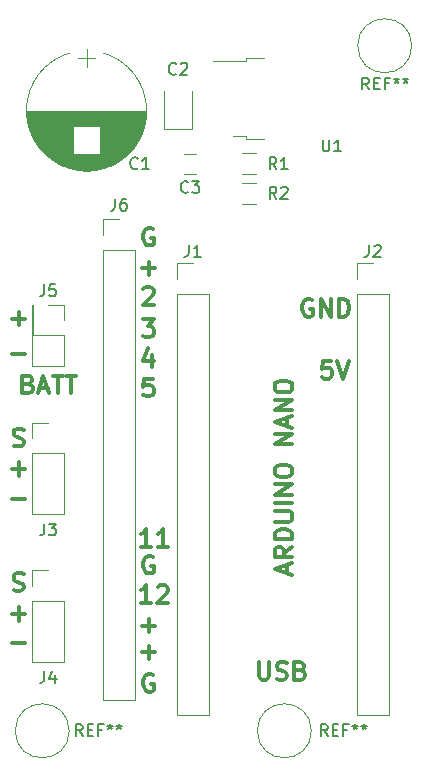
<source format=gto>
G04 #@! TF.FileFunction,Legend,Top*
%FSLAX46Y46*%
G04 Gerber Fmt 4.6, Leading zero omitted, Abs format (unit mm)*
G04 Created by KiCad (PCBNEW 4.0.7) date 03/27/18 13:34:48*
%MOMM*%
%LPD*%
G01*
G04 APERTURE LIST*
%ADD10C,0.100000*%
%ADD11C,0.300000*%
%ADD12C,0.120000*%
%ADD13C,0.150000*%
G04 APERTURE END LIST*
D10*
D11*
X113928572Y-102857143D02*
X115071429Y-102857143D01*
X114500000Y-103428571D02*
X114500000Y-102285714D01*
X113928572Y-100607143D02*
X115071429Y-100607143D01*
X114500000Y-101178571D02*
X114500000Y-100035714D01*
X113928572Y-70357143D02*
X115071429Y-70357143D01*
X114500000Y-70928571D02*
X114500000Y-69785714D01*
X114892857Y-66975000D02*
X114750000Y-66903571D01*
X114535714Y-66903571D01*
X114321429Y-66975000D01*
X114178571Y-67117857D01*
X114107143Y-67260714D01*
X114035714Y-67546429D01*
X114035714Y-67760714D01*
X114107143Y-68046429D01*
X114178571Y-68189286D01*
X114321429Y-68332143D01*
X114535714Y-68403571D01*
X114678571Y-68403571D01*
X114892857Y-68332143D01*
X114964286Y-68260714D01*
X114964286Y-67760714D01*
X114678571Y-67760714D01*
X114892857Y-104750000D02*
X114750000Y-104678571D01*
X114535714Y-104678571D01*
X114321429Y-104750000D01*
X114178571Y-104892857D01*
X114107143Y-105035714D01*
X114035714Y-105321429D01*
X114035714Y-105535714D01*
X114107143Y-105821429D01*
X114178571Y-105964286D01*
X114321429Y-106107143D01*
X114535714Y-106178571D01*
X114678571Y-106178571D01*
X114892857Y-106107143D01*
X114964286Y-106035714D01*
X114964286Y-105535714D01*
X114678571Y-105535714D01*
X114892857Y-94750000D02*
X114750000Y-94678571D01*
X114535714Y-94678571D01*
X114321429Y-94750000D01*
X114178571Y-94892857D01*
X114107143Y-95035714D01*
X114035714Y-95321429D01*
X114035714Y-95535714D01*
X114107143Y-95821429D01*
X114178571Y-95964286D01*
X114321429Y-96107143D01*
X114535714Y-96178571D01*
X114678571Y-96178571D01*
X114892857Y-96107143D01*
X114964286Y-96035714D01*
X114964286Y-95535714D01*
X114678571Y-95535714D01*
X114714286Y-98678571D02*
X113857143Y-98678571D01*
X114285715Y-98678571D02*
X114285715Y-97178571D01*
X114142858Y-97392857D01*
X114000000Y-97535714D01*
X113857143Y-97607143D01*
X115285714Y-97321429D02*
X115357143Y-97250000D01*
X115500000Y-97178571D01*
X115857143Y-97178571D01*
X116000000Y-97250000D01*
X116071429Y-97321429D01*
X116142857Y-97464286D01*
X116142857Y-97607143D01*
X116071429Y-97821429D01*
X115214286Y-98678571D01*
X116142857Y-98678571D01*
X114714286Y-93928571D02*
X113857143Y-93928571D01*
X114285715Y-93928571D02*
X114285715Y-92428571D01*
X114142858Y-92642857D01*
X114000000Y-92785714D01*
X113857143Y-92857143D01*
X116142857Y-93928571D02*
X115285714Y-93928571D01*
X115714286Y-93928571D02*
X115714286Y-92428571D01*
X115571429Y-92642857D01*
X115428571Y-92785714D01*
X115285714Y-92857143D01*
X114857144Y-79678571D02*
X114142858Y-79678571D01*
X114071429Y-80392857D01*
X114142858Y-80321429D01*
X114285715Y-80250000D01*
X114642858Y-80250000D01*
X114785715Y-80321429D01*
X114857144Y-80392857D01*
X114928572Y-80535714D01*
X114928572Y-80892857D01*
X114857144Y-81035714D01*
X114785715Y-81107143D01*
X114642858Y-81178571D01*
X114285715Y-81178571D01*
X114142858Y-81107143D01*
X114071429Y-81035714D01*
X114785715Y-77678571D02*
X114785715Y-78678571D01*
X114428572Y-77107143D02*
X114071429Y-78178571D01*
X115000001Y-78178571D01*
X114000001Y-74678571D02*
X114928572Y-74678571D01*
X114428572Y-75250000D01*
X114642858Y-75250000D01*
X114785715Y-75321429D01*
X114857144Y-75392857D01*
X114928572Y-75535714D01*
X114928572Y-75892857D01*
X114857144Y-76035714D01*
X114785715Y-76107143D01*
X114642858Y-76178571D01*
X114214286Y-76178571D01*
X114071429Y-76107143D01*
X114000001Y-76035714D01*
X114071429Y-72071429D02*
X114142858Y-72000000D01*
X114285715Y-71928571D01*
X114642858Y-71928571D01*
X114785715Y-72000000D01*
X114857144Y-72071429D01*
X114928572Y-72214286D01*
X114928572Y-72357143D01*
X114857144Y-72571429D01*
X114000001Y-73428571D01*
X114928572Y-73428571D01*
X129964287Y-78178571D02*
X129250001Y-78178571D01*
X129178572Y-78892857D01*
X129250001Y-78821429D01*
X129392858Y-78750000D01*
X129750001Y-78750000D01*
X129892858Y-78821429D01*
X129964287Y-78892857D01*
X130035715Y-79035714D01*
X130035715Y-79392857D01*
X129964287Y-79535714D01*
X129892858Y-79607143D01*
X129750001Y-79678571D01*
X129392858Y-79678571D01*
X129250001Y-79607143D01*
X129178572Y-79535714D01*
X130464286Y-78178571D02*
X130964286Y-79678571D01*
X131464286Y-78178571D01*
X128357143Y-73000000D02*
X128214286Y-72928571D01*
X128000000Y-72928571D01*
X127785715Y-73000000D01*
X127642857Y-73142857D01*
X127571429Y-73285714D01*
X127500000Y-73571429D01*
X127500000Y-73785714D01*
X127571429Y-74071429D01*
X127642857Y-74214286D01*
X127785715Y-74357143D01*
X128000000Y-74428571D01*
X128142857Y-74428571D01*
X128357143Y-74357143D01*
X128428572Y-74285714D01*
X128428572Y-73785714D01*
X128142857Y-73785714D01*
X129071429Y-74428571D02*
X129071429Y-72928571D01*
X129928572Y-74428571D01*
X129928572Y-72928571D01*
X130642858Y-74428571D02*
X130642858Y-72928571D01*
X131000001Y-72928571D01*
X131214286Y-73000000D01*
X131357144Y-73142857D01*
X131428572Y-73285714D01*
X131500001Y-73571429D01*
X131500001Y-73785714D01*
X131428572Y-74071429D01*
X131357144Y-74214286D01*
X131214286Y-74357143D01*
X131000001Y-74428571D01*
X130642858Y-74428571D01*
X123857143Y-103678571D02*
X123857143Y-104892857D01*
X123928571Y-105035714D01*
X124000000Y-105107143D01*
X124142857Y-105178571D01*
X124428571Y-105178571D01*
X124571429Y-105107143D01*
X124642857Y-105035714D01*
X124714286Y-104892857D01*
X124714286Y-103678571D01*
X125357143Y-105107143D02*
X125571429Y-105178571D01*
X125928572Y-105178571D01*
X126071429Y-105107143D01*
X126142858Y-105035714D01*
X126214286Y-104892857D01*
X126214286Y-104750000D01*
X126142858Y-104607143D01*
X126071429Y-104535714D01*
X125928572Y-104464286D01*
X125642858Y-104392857D01*
X125500000Y-104321429D01*
X125428572Y-104250000D01*
X125357143Y-104107143D01*
X125357143Y-103964286D01*
X125428572Y-103821429D01*
X125500000Y-103750000D01*
X125642858Y-103678571D01*
X126000000Y-103678571D01*
X126214286Y-103750000D01*
X127357143Y-104392857D02*
X127571429Y-104464286D01*
X127642857Y-104535714D01*
X127714286Y-104678571D01*
X127714286Y-104892857D01*
X127642857Y-105035714D01*
X127571429Y-105107143D01*
X127428571Y-105178571D01*
X126857143Y-105178571D01*
X126857143Y-103678571D01*
X127357143Y-103678571D01*
X127500000Y-103750000D01*
X127571429Y-103821429D01*
X127642857Y-103964286D01*
X127642857Y-104107143D01*
X127571429Y-104250000D01*
X127500000Y-104321429D01*
X127357143Y-104392857D01*
X126857143Y-104392857D01*
X104321429Y-80142857D02*
X104535715Y-80214286D01*
X104607143Y-80285714D01*
X104678572Y-80428571D01*
X104678572Y-80642857D01*
X104607143Y-80785714D01*
X104535715Y-80857143D01*
X104392857Y-80928571D01*
X103821429Y-80928571D01*
X103821429Y-79428571D01*
X104321429Y-79428571D01*
X104464286Y-79500000D01*
X104535715Y-79571429D01*
X104607143Y-79714286D01*
X104607143Y-79857143D01*
X104535715Y-80000000D01*
X104464286Y-80071429D01*
X104321429Y-80142857D01*
X103821429Y-80142857D01*
X105250000Y-80500000D02*
X105964286Y-80500000D01*
X105107143Y-80928571D02*
X105607143Y-79428571D01*
X106107143Y-80928571D01*
X106392857Y-79428571D02*
X107250000Y-79428571D01*
X106821429Y-80928571D02*
X106821429Y-79428571D01*
X107535714Y-79428571D02*
X108392857Y-79428571D01*
X107964286Y-80928571D02*
X107964286Y-79428571D01*
X126250000Y-96142858D02*
X126250000Y-95428572D01*
X126678571Y-96285715D02*
X125178571Y-95785715D01*
X126678571Y-95285715D01*
X126678571Y-93928572D02*
X125964286Y-94428572D01*
X126678571Y-94785715D02*
X125178571Y-94785715D01*
X125178571Y-94214287D01*
X125250000Y-94071429D01*
X125321429Y-94000001D01*
X125464286Y-93928572D01*
X125678571Y-93928572D01*
X125821429Y-94000001D01*
X125892857Y-94071429D01*
X125964286Y-94214287D01*
X125964286Y-94785715D01*
X126678571Y-93285715D02*
X125178571Y-93285715D01*
X125178571Y-92928572D01*
X125250000Y-92714287D01*
X125392857Y-92571429D01*
X125535714Y-92500001D01*
X125821429Y-92428572D01*
X126035714Y-92428572D01*
X126321429Y-92500001D01*
X126464286Y-92571429D01*
X126607143Y-92714287D01*
X126678571Y-92928572D01*
X126678571Y-93285715D01*
X125178571Y-91785715D02*
X126392857Y-91785715D01*
X126535714Y-91714287D01*
X126607143Y-91642858D01*
X126678571Y-91500001D01*
X126678571Y-91214287D01*
X126607143Y-91071429D01*
X126535714Y-91000001D01*
X126392857Y-90928572D01*
X125178571Y-90928572D01*
X126678571Y-90214286D02*
X125178571Y-90214286D01*
X126678571Y-89500000D02*
X125178571Y-89500000D01*
X126678571Y-88642857D01*
X125178571Y-88642857D01*
X125178571Y-87642857D02*
X125178571Y-87357143D01*
X125250000Y-87214285D01*
X125392857Y-87071428D01*
X125678571Y-87000000D01*
X126178571Y-87000000D01*
X126464286Y-87071428D01*
X126607143Y-87214285D01*
X126678571Y-87357143D01*
X126678571Y-87642857D01*
X126607143Y-87785714D01*
X126464286Y-87928571D01*
X126178571Y-88000000D01*
X125678571Y-88000000D01*
X125392857Y-87928571D01*
X125250000Y-87785714D01*
X125178571Y-87642857D01*
X126678571Y-85214285D02*
X125178571Y-85214285D01*
X126678571Y-84357142D01*
X125178571Y-84357142D01*
X126250000Y-83714285D02*
X126250000Y-82999999D01*
X126678571Y-83857142D02*
X125178571Y-83357142D01*
X126678571Y-82857142D01*
X126678571Y-82357142D02*
X125178571Y-82357142D01*
X126678571Y-81499999D01*
X125178571Y-81499999D01*
X125178571Y-80499999D02*
X125178571Y-80214285D01*
X125250000Y-80071427D01*
X125392857Y-79928570D01*
X125678571Y-79857142D01*
X126178571Y-79857142D01*
X126464286Y-79928570D01*
X126607143Y-80071427D01*
X126678571Y-80214285D01*
X126678571Y-80499999D01*
X126607143Y-80642856D01*
X126464286Y-80785713D01*
X126178571Y-80857142D01*
X125678571Y-80857142D01*
X125392857Y-80785713D01*
X125250000Y-80642856D01*
X125178571Y-80499999D01*
X102928572Y-77607143D02*
X104071429Y-77607143D01*
X102928572Y-74607143D02*
X104071429Y-74607143D01*
X103500000Y-75178571D02*
X103500000Y-74035714D01*
X102928572Y-102107143D02*
X104071429Y-102107143D01*
X103071429Y-97607143D02*
X103285715Y-97678571D01*
X103642858Y-97678571D01*
X103785715Y-97607143D01*
X103857144Y-97535714D01*
X103928572Y-97392857D01*
X103928572Y-97250000D01*
X103857144Y-97107143D01*
X103785715Y-97035714D01*
X103642858Y-96964286D01*
X103357144Y-96892857D01*
X103214286Y-96821429D01*
X103142858Y-96750000D01*
X103071429Y-96607143D01*
X103071429Y-96464286D01*
X103142858Y-96321429D01*
X103214286Y-96250000D01*
X103357144Y-96178571D01*
X103714286Y-96178571D01*
X103928572Y-96250000D01*
X102928572Y-99607143D02*
X104071429Y-99607143D01*
X103500000Y-100178571D02*
X103500000Y-99035714D01*
X102928572Y-87357143D02*
X104071429Y-87357143D01*
X103500000Y-87928571D02*
X103500000Y-86785714D01*
X103071429Y-85357143D02*
X103285715Y-85428571D01*
X103642858Y-85428571D01*
X103785715Y-85357143D01*
X103857144Y-85285714D01*
X103928572Y-85142857D01*
X103928572Y-85000000D01*
X103857144Y-84857143D01*
X103785715Y-84785714D01*
X103642858Y-84714286D01*
X103357144Y-84642857D01*
X103214286Y-84571429D01*
X103142858Y-84500000D01*
X103071429Y-84357143D01*
X103071429Y-84214286D01*
X103142858Y-84071429D01*
X103214286Y-84000000D01*
X103357144Y-83928571D01*
X103714286Y-83928571D01*
X103928572Y-84000000D01*
X102928572Y-89857143D02*
X104071429Y-89857143D01*
D12*
X136786000Y-51500000D02*
G75*
G03X136786000Y-51500000I-2286000J0D01*
G01*
X117500000Y-62350000D02*
X118500000Y-62350000D01*
X118500000Y-60650000D02*
X117500000Y-60650000D01*
X124290000Y-52525000D02*
X122790000Y-52525000D01*
X122790000Y-52525000D02*
X122790000Y-52795000D01*
X122790000Y-52795000D02*
X119960000Y-52795000D01*
X124290000Y-59425000D02*
X122790000Y-59425000D01*
X122790000Y-59425000D02*
X122790000Y-59155000D01*
X122790000Y-59155000D02*
X121690000Y-59155000D01*
X104670000Y-73420000D02*
X104670000Y-78620000D01*
X104730000Y-73420000D02*
X104670000Y-73420000D01*
X107330000Y-78620000D02*
X104670000Y-78620000D01*
X104730000Y-73420000D02*
X104730000Y-76020000D01*
X104730000Y-76020000D02*
X107330000Y-76020000D01*
X107330000Y-76020000D02*
X107330000Y-78620000D01*
X106000000Y-73420000D02*
X107330000Y-73420000D01*
X107330000Y-73420000D02*
X107330000Y-74750000D01*
X116920000Y-72520000D02*
X116920000Y-108140000D01*
X116920000Y-108140000D02*
X119580000Y-108140000D01*
X119580000Y-108140000D02*
X119580000Y-72520000D01*
X119580000Y-72520000D02*
X116920000Y-72520000D01*
X116920000Y-71250000D02*
X116920000Y-69920000D01*
X116920000Y-69920000D02*
X118250000Y-69920000D01*
X132170000Y-72520000D02*
X132170000Y-108140000D01*
X132170000Y-108140000D02*
X134830000Y-108140000D01*
X134830000Y-108140000D02*
X134830000Y-72520000D01*
X134830000Y-72520000D02*
X132170000Y-72520000D01*
X132170000Y-71250000D02*
X132170000Y-69920000D01*
X132170000Y-69920000D02*
X133500000Y-69920000D01*
X110633264Y-61898437D02*
G75*
G03X110630000Y-52100643I-1383264J4898437D01*
G01*
X107866736Y-61898437D02*
G75*
G02X107870000Y-52100643I1383264J4898437D01*
G01*
X107866736Y-61898437D02*
G75*
G03X110630000Y-61899357I1383264J4898437D01*
G01*
X114300000Y-57000000D02*
X104200000Y-57000000D01*
X114300000Y-57040000D02*
X104200000Y-57040000D01*
X114300000Y-57080000D02*
X104200000Y-57080000D01*
X114299000Y-57120000D02*
X104201000Y-57120000D01*
X114298000Y-57160000D02*
X104202000Y-57160000D01*
X114297000Y-57200000D02*
X104203000Y-57200000D01*
X114295000Y-57240000D02*
X104205000Y-57240000D01*
X114293000Y-57280000D02*
X104207000Y-57280000D01*
X114290000Y-57320000D02*
X104210000Y-57320000D01*
X114288000Y-57360000D02*
X104212000Y-57360000D01*
X114285000Y-57400000D02*
X104215000Y-57400000D01*
X114281000Y-57440000D02*
X104219000Y-57440000D01*
X114278000Y-57480000D02*
X104222000Y-57480000D01*
X114274000Y-57520000D02*
X104226000Y-57520000D01*
X114270000Y-57560000D02*
X104230000Y-57560000D01*
X114265000Y-57600000D02*
X104235000Y-57600000D01*
X114260000Y-57640000D02*
X104240000Y-57640000D01*
X114255000Y-57680000D02*
X104245000Y-57680000D01*
X114249000Y-57721000D02*
X104251000Y-57721000D01*
X114243000Y-57761000D02*
X104257000Y-57761000D01*
X114237000Y-57801000D02*
X104263000Y-57801000D01*
X114231000Y-57841000D02*
X104269000Y-57841000D01*
X114224000Y-57881000D02*
X104276000Y-57881000D01*
X114217000Y-57921000D02*
X104283000Y-57921000D01*
X114209000Y-57961000D02*
X104291000Y-57961000D01*
X114201000Y-58001000D02*
X104299000Y-58001000D01*
X114193000Y-58041000D02*
X104307000Y-58041000D01*
X114185000Y-58081000D02*
X104315000Y-58081000D01*
X114176000Y-58121000D02*
X104324000Y-58121000D01*
X114167000Y-58161000D02*
X104333000Y-58161000D01*
X114157000Y-58201000D02*
X104343000Y-58201000D01*
X114147000Y-58241000D02*
X104353000Y-58241000D01*
X114137000Y-58281000D02*
X104363000Y-58281000D01*
X114126000Y-58321000D02*
X110431000Y-58321000D01*
X108069000Y-58321000D02*
X104374000Y-58321000D01*
X114115000Y-58361000D02*
X110431000Y-58361000D01*
X108069000Y-58361000D02*
X104385000Y-58361000D01*
X114104000Y-58401000D02*
X110431000Y-58401000D01*
X108069000Y-58401000D02*
X104396000Y-58401000D01*
X114093000Y-58441000D02*
X110431000Y-58441000D01*
X108069000Y-58441000D02*
X104407000Y-58441000D01*
X114081000Y-58481000D02*
X110431000Y-58481000D01*
X108069000Y-58481000D02*
X104419000Y-58481000D01*
X114068000Y-58521000D02*
X110431000Y-58521000D01*
X108069000Y-58521000D02*
X104432000Y-58521000D01*
X114056000Y-58561000D02*
X110431000Y-58561000D01*
X108069000Y-58561000D02*
X104444000Y-58561000D01*
X114042000Y-58601000D02*
X110431000Y-58601000D01*
X108069000Y-58601000D02*
X104458000Y-58601000D01*
X114029000Y-58641000D02*
X110431000Y-58641000D01*
X108069000Y-58641000D02*
X104471000Y-58641000D01*
X114015000Y-58681000D02*
X110431000Y-58681000D01*
X108069000Y-58681000D02*
X104485000Y-58681000D01*
X114001000Y-58721000D02*
X110431000Y-58721000D01*
X108069000Y-58721000D02*
X104499000Y-58721000D01*
X113987000Y-58761000D02*
X110431000Y-58761000D01*
X108069000Y-58761000D02*
X104513000Y-58761000D01*
X113972000Y-58801000D02*
X110431000Y-58801000D01*
X108069000Y-58801000D02*
X104528000Y-58801000D01*
X113956000Y-58841000D02*
X110431000Y-58841000D01*
X108069000Y-58841000D02*
X104544000Y-58841000D01*
X113941000Y-58881000D02*
X110431000Y-58881000D01*
X108069000Y-58881000D02*
X104559000Y-58881000D01*
X113924000Y-58921000D02*
X110431000Y-58921000D01*
X108069000Y-58921000D02*
X104576000Y-58921000D01*
X113908000Y-58961000D02*
X110431000Y-58961000D01*
X108069000Y-58961000D02*
X104592000Y-58961000D01*
X113891000Y-59001000D02*
X110431000Y-59001000D01*
X108069000Y-59001000D02*
X104609000Y-59001000D01*
X113874000Y-59041000D02*
X110431000Y-59041000D01*
X108069000Y-59041000D02*
X104626000Y-59041000D01*
X113856000Y-59081000D02*
X110431000Y-59081000D01*
X108069000Y-59081000D02*
X104644000Y-59081000D01*
X113838000Y-59121000D02*
X110431000Y-59121000D01*
X108069000Y-59121000D02*
X104662000Y-59121000D01*
X113819000Y-59161000D02*
X110431000Y-59161000D01*
X108069000Y-59161000D02*
X104681000Y-59161000D01*
X113800000Y-59201000D02*
X110431000Y-59201000D01*
X108069000Y-59201000D02*
X104700000Y-59201000D01*
X113781000Y-59241000D02*
X110431000Y-59241000D01*
X108069000Y-59241000D02*
X104719000Y-59241000D01*
X113761000Y-59281000D02*
X110431000Y-59281000D01*
X108069000Y-59281000D02*
X104739000Y-59281000D01*
X113741000Y-59321000D02*
X110431000Y-59321000D01*
X108069000Y-59321000D02*
X104759000Y-59321000D01*
X113720000Y-59361000D02*
X110431000Y-59361000D01*
X108069000Y-59361000D02*
X104780000Y-59361000D01*
X113699000Y-59401000D02*
X110431000Y-59401000D01*
X108069000Y-59401000D02*
X104801000Y-59401000D01*
X113678000Y-59441000D02*
X110431000Y-59441000D01*
X108069000Y-59441000D02*
X104822000Y-59441000D01*
X113655000Y-59481000D02*
X110431000Y-59481000D01*
X108069000Y-59481000D02*
X104845000Y-59481000D01*
X113633000Y-59521000D02*
X110431000Y-59521000D01*
X108069000Y-59521000D02*
X104867000Y-59521000D01*
X113610000Y-59561000D02*
X110431000Y-59561000D01*
X108069000Y-59561000D02*
X104890000Y-59561000D01*
X113586000Y-59601000D02*
X110431000Y-59601000D01*
X108069000Y-59601000D02*
X104914000Y-59601000D01*
X113562000Y-59641000D02*
X110431000Y-59641000D01*
X108069000Y-59641000D02*
X104938000Y-59641000D01*
X113538000Y-59681000D02*
X110431000Y-59681000D01*
X108069000Y-59681000D02*
X104962000Y-59681000D01*
X113513000Y-59721000D02*
X110431000Y-59721000D01*
X108069000Y-59721000D02*
X104987000Y-59721000D01*
X113487000Y-59761000D02*
X110431000Y-59761000D01*
X108069000Y-59761000D02*
X105013000Y-59761000D01*
X113461000Y-59801000D02*
X110431000Y-59801000D01*
X108069000Y-59801000D02*
X105039000Y-59801000D01*
X113435000Y-59841000D02*
X110431000Y-59841000D01*
X108069000Y-59841000D02*
X105065000Y-59841000D01*
X113407000Y-59881000D02*
X110431000Y-59881000D01*
X108069000Y-59881000D02*
X105093000Y-59881000D01*
X113380000Y-59921000D02*
X110431000Y-59921000D01*
X108069000Y-59921000D02*
X105120000Y-59921000D01*
X113351000Y-59961000D02*
X110431000Y-59961000D01*
X108069000Y-59961000D02*
X105149000Y-59961000D01*
X113322000Y-60001000D02*
X110431000Y-60001000D01*
X108069000Y-60001000D02*
X105178000Y-60001000D01*
X113293000Y-60041000D02*
X110431000Y-60041000D01*
X108069000Y-60041000D02*
X105207000Y-60041000D01*
X113263000Y-60081000D02*
X110431000Y-60081000D01*
X108069000Y-60081000D02*
X105237000Y-60081000D01*
X113232000Y-60121000D02*
X110431000Y-60121000D01*
X108069000Y-60121000D02*
X105268000Y-60121000D01*
X113201000Y-60161000D02*
X110431000Y-60161000D01*
X108069000Y-60161000D02*
X105299000Y-60161000D01*
X113169000Y-60201000D02*
X110431000Y-60201000D01*
X108069000Y-60201000D02*
X105331000Y-60201000D01*
X113136000Y-60241000D02*
X110431000Y-60241000D01*
X108069000Y-60241000D02*
X105364000Y-60241000D01*
X113103000Y-60281000D02*
X110431000Y-60281000D01*
X108069000Y-60281000D02*
X105397000Y-60281000D01*
X113069000Y-60321000D02*
X110431000Y-60321000D01*
X108069000Y-60321000D02*
X105431000Y-60321000D01*
X113034000Y-60361000D02*
X110431000Y-60361000D01*
X108069000Y-60361000D02*
X105466000Y-60361000D01*
X112998000Y-60401000D02*
X110431000Y-60401000D01*
X108069000Y-60401000D02*
X105502000Y-60401000D01*
X112962000Y-60441000D02*
X110431000Y-60441000D01*
X108069000Y-60441000D02*
X105538000Y-60441000D01*
X112925000Y-60481000D02*
X110431000Y-60481000D01*
X108069000Y-60481000D02*
X105575000Y-60481000D01*
X112887000Y-60521000D02*
X110431000Y-60521000D01*
X108069000Y-60521000D02*
X105613000Y-60521000D01*
X112848000Y-60561000D02*
X110431000Y-60561000D01*
X108069000Y-60561000D02*
X105652000Y-60561000D01*
X112809000Y-60601000D02*
X110431000Y-60601000D01*
X108069000Y-60601000D02*
X105691000Y-60601000D01*
X112768000Y-60641000D02*
X110431000Y-60641000D01*
X108069000Y-60641000D02*
X105732000Y-60641000D01*
X112727000Y-60681000D02*
X105773000Y-60681000D01*
X112685000Y-60721000D02*
X105815000Y-60721000D01*
X112641000Y-60761000D02*
X105859000Y-60761000D01*
X112597000Y-60801000D02*
X105903000Y-60801000D01*
X112552000Y-60841000D02*
X105948000Y-60841000D01*
X112505000Y-60881000D02*
X105995000Y-60881000D01*
X112457000Y-60921000D02*
X106043000Y-60921000D01*
X112408000Y-60961000D02*
X106092000Y-60961000D01*
X112358000Y-61001000D02*
X106142000Y-61001000D01*
X112307000Y-61041000D02*
X106193000Y-61041000D01*
X112254000Y-61081000D02*
X106246000Y-61081000D01*
X112199000Y-61121000D02*
X106301000Y-61121000D01*
X112144000Y-61161000D02*
X106356000Y-61161000D01*
X112086000Y-61201000D02*
X106414000Y-61201000D01*
X112027000Y-61241000D02*
X106473000Y-61241000D01*
X111965000Y-61281000D02*
X106535000Y-61281000D01*
X111902000Y-61321000D02*
X106598000Y-61321000D01*
X111837000Y-61361000D02*
X106663000Y-61361000D01*
X111769000Y-61401000D02*
X106731000Y-61401000D01*
X111699000Y-61441000D02*
X106801000Y-61441000D01*
X111627000Y-61481000D02*
X106873000Y-61481000D01*
X111551000Y-61521000D02*
X106949000Y-61521000D01*
X111472000Y-61561000D02*
X107028000Y-61561000D01*
X111390000Y-61601000D02*
X107110000Y-61601000D01*
X111303000Y-61641000D02*
X107197000Y-61641000D01*
X111212000Y-61681000D02*
X107288000Y-61681000D01*
X111116000Y-61721000D02*
X107384000Y-61721000D01*
X111013000Y-61761000D02*
X107487000Y-61761000D01*
X110904000Y-61801000D02*
X107596000Y-61801000D01*
X110786000Y-61841000D02*
X107714000Y-61841000D01*
X110657000Y-61881000D02*
X107843000Y-61881000D01*
X110515000Y-61921000D02*
X107985000Y-61921000D01*
X110354000Y-61961000D02*
X108146000Y-61961000D01*
X110163000Y-62001000D02*
X108337000Y-62001000D01*
X109922000Y-62041000D02*
X108578000Y-62041000D01*
X109529000Y-62081000D02*
X108971000Y-62081000D01*
X109250000Y-51800000D02*
X109250000Y-53300000D01*
X110000000Y-52550000D02*
X108500000Y-52550000D01*
X104670000Y-86020000D02*
X104670000Y-91160000D01*
X104670000Y-91160000D02*
X107330000Y-91160000D01*
X107330000Y-91160000D02*
X107330000Y-86020000D01*
X107330000Y-86020000D02*
X104670000Y-86020000D01*
X104670000Y-84750000D02*
X104670000Y-83420000D01*
X104670000Y-83420000D02*
X106000000Y-83420000D01*
X104670000Y-98520000D02*
X104670000Y-103660000D01*
X104670000Y-103660000D02*
X107330000Y-103660000D01*
X107330000Y-103660000D02*
X107330000Y-98520000D01*
X107330000Y-98520000D02*
X104670000Y-98520000D01*
X104670000Y-97250000D02*
X104670000Y-95920000D01*
X104670000Y-95920000D02*
X106000000Y-95920000D01*
X110670000Y-68770000D02*
X110670000Y-106930000D01*
X110670000Y-106930000D02*
X113330000Y-106930000D01*
X113330000Y-106930000D02*
X113330000Y-68770000D01*
X113330000Y-68770000D02*
X110670000Y-68770000D01*
X110670000Y-67500000D02*
X110670000Y-66170000D01*
X110670000Y-66170000D02*
X112000000Y-66170000D01*
X122400000Y-60620000D02*
X123600000Y-60620000D01*
X123600000Y-62380000D02*
X122400000Y-62380000D01*
X122400000Y-63120000D02*
X123600000Y-63120000D01*
X123600000Y-64880000D02*
X122400000Y-64880000D01*
X115850000Y-58550000D02*
X115850000Y-55300000D01*
X118150000Y-58550000D02*
X118150000Y-55300000D01*
X115850000Y-58550000D02*
X118150000Y-58550000D01*
X107786000Y-109500000D02*
G75*
G03X107786000Y-109500000I-2286000J0D01*
G01*
X128286000Y-109500000D02*
G75*
G03X128286000Y-109500000I-2286000J0D01*
G01*
D13*
X133166667Y-55202381D02*
X132833333Y-54726190D01*
X132595238Y-55202381D02*
X132595238Y-54202381D01*
X132976191Y-54202381D01*
X133071429Y-54250000D01*
X133119048Y-54297619D01*
X133166667Y-54392857D01*
X133166667Y-54535714D01*
X133119048Y-54630952D01*
X133071429Y-54678571D01*
X132976191Y-54726190D01*
X132595238Y-54726190D01*
X133595238Y-54678571D02*
X133928572Y-54678571D01*
X134071429Y-55202381D02*
X133595238Y-55202381D01*
X133595238Y-54202381D01*
X134071429Y-54202381D01*
X134833334Y-54678571D02*
X134500000Y-54678571D01*
X134500000Y-55202381D02*
X134500000Y-54202381D01*
X134976191Y-54202381D01*
X135500000Y-54202381D02*
X135500000Y-54440476D01*
X135261905Y-54345238D02*
X135500000Y-54440476D01*
X135738096Y-54345238D01*
X135357143Y-54630952D02*
X135500000Y-54440476D01*
X135642858Y-54630952D01*
X136261905Y-54202381D02*
X136261905Y-54440476D01*
X136023810Y-54345238D02*
X136261905Y-54440476D01*
X136500001Y-54345238D01*
X136119048Y-54630952D02*
X136261905Y-54440476D01*
X136404763Y-54630952D01*
X117833334Y-63857143D02*
X117785715Y-63904762D01*
X117642858Y-63952381D01*
X117547620Y-63952381D01*
X117404762Y-63904762D01*
X117309524Y-63809524D01*
X117261905Y-63714286D01*
X117214286Y-63523810D01*
X117214286Y-63380952D01*
X117261905Y-63190476D01*
X117309524Y-63095238D01*
X117404762Y-63000000D01*
X117547620Y-62952381D01*
X117642858Y-62952381D01*
X117785715Y-63000000D01*
X117833334Y-63047619D01*
X118166667Y-62952381D02*
X118785715Y-62952381D01*
X118452381Y-63333333D01*
X118595239Y-63333333D01*
X118690477Y-63380952D01*
X118738096Y-63428571D01*
X118785715Y-63523810D01*
X118785715Y-63761905D01*
X118738096Y-63857143D01*
X118690477Y-63904762D01*
X118595239Y-63952381D01*
X118309524Y-63952381D01*
X118214286Y-63904762D01*
X118166667Y-63857143D01*
X129238095Y-59452381D02*
X129238095Y-60261905D01*
X129285714Y-60357143D01*
X129333333Y-60404762D01*
X129428571Y-60452381D01*
X129619048Y-60452381D01*
X129714286Y-60404762D01*
X129761905Y-60357143D01*
X129809524Y-60261905D01*
X129809524Y-59452381D01*
X130809524Y-60452381D02*
X130238095Y-60452381D01*
X130523809Y-60452381D02*
X130523809Y-59452381D01*
X130428571Y-59595238D01*
X130333333Y-59690476D01*
X130238095Y-59738095D01*
X105666667Y-71702381D02*
X105666667Y-72416667D01*
X105619047Y-72559524D01*
X105523809Y-72654762D01*
X105380952Y-72702381D01*
X105285714Y-72702381D01*
X106619048Y-71702381D02*
X106142857Y-71702381D01*
X106095238Y-72178571D01*
X106142857Y-72130952D01*
X106238095Y-72083333D01*
X106476191Y-72083333D01*
X106571429Y-72130952D01*
X106619048Y-72178571D01*
X106666667Y-72273810D01*
X106666667Y-72511905D01*
X106619048Y-72607143D01*
X106571429Y-72654762D01*
X106476191Y-72702381D01*
X106238095Y-72702381D01*
X106142857Y-72654762D01*
X106095238Y-72607143D01*
X117916667Y-68372381D02*
X117916667Y-69086667D01*
X117869047Y-69229524D01*
X117773809Y-69324762D01*
X117630952Y-69372381D01*
X117535714Y-69372381D01*
X118916667Y-69372381D02*
X118345238Y-69372381D01*
X118630952Y-69372381D02*
X118630952Y-68372381D01*
X118535714Y-68515238D01*
X118440476Y-68610476D01*
X118345238Y-68658095D01*
X133166667Y-68372381D02*
X133166667Y-69086667D01*
X133119047Y-69229524D01*
X133023809Y-69324762D01*
X132880952Y-69372381D01*
X132785714Y-69372381D01*
X133595238Y-68467619D02*
X133642857Y-68420000D01*
X133738095Y-68372381D01*
X133976191Y-68372381D01*
X134071429Y-68420000D01*
X134119048Y-68467619D01*
X134166667Y-68562857D01*
X134166667Y-68658095D01*
X134119048Y-68800952D01*
X133547619Y-69372381D01*
X134166667Y-69372381D01*
X113583334Y-61857143D02*
X113535715Y-61904762D01*
X113392858Y-61952381D01*
X113297620Y-61952381D01*
X113154762Y-61904762D01*
X113059524Y-61809524D01*
X113011905Y-61714286D01*
X112964286Y-61523810D01*
X112964286Y-61380952D01*
X113011905Y-61190476D01*
X113059524Y-61095238D01*
X113154762Y-61000000D01*
X113297620Y-60952381D01*
X113392858Y-60952381D01*
X113535715Y-61000000D01*
X113583334Y-61047619D01*
X114535715Y-61952381D02*
X113964286Y-61952381D01*
X114250000Y-61952381D02*
X114250000Y-60952381D01*
X114154762Y-61095238D01*
X114059524Y-61190476D01*
X113964286Y-61238095D01*
X105666667Y-91952381D02*
X105666667Y-92666667D01*
X105619047Y-92809524D01*
X105523809Y-92904762D01*
X105380952Y-92952381D01*
X105285714Y-92952381D01*
X106047619Y-91952381D02*
X106666667Y-91952381D01*
X106333333Y-92333333D01*
X106476191Y-92333333D01*
X106571429Y-92380952D01*
X106619048Y-92428571D01*
X106666667Y-92523810D01*
X106666667Y-92761905D01*
X106619048Y-92857143D01*
X106571429Y-92904762D01*
X106476191Y-92952381D01*
X106190476Y-92952381D01*
X106095238Y-92904762D01*
X106047619Y-92857143D01*
X105666667Y-104452381D02*
X105666667Y-105166667D01*
X105619047Y-105309524D01*
X105523809Y-105404762D01*
X105380952Y-105452381D01*
X105285714Y-105452381D01*
X106571429Y-104785714D02*
X106571429Y-105452381D01*
X106333333Y-104404762D02*
X106095238Y-105119048D01*
X106714286Y-105119048D01*
X111666667Y-64452381D02*
X111666667Y-65166667D01*
X111619047Y-65309524D01*
X111523809Y-65404762D01*
X111380952Y-65452381D01*
X111285714Y-65452381D01*
X112571429Y-64452381D02*
X112380952Y-64452381D01*
X112285714Y-64500000D01*
X112238095Y-64547619D01*
X112142857Y-64690476D01*
X112095238Y-64880952D01*
X112095238Y-65261905D01*
X112142857Y-65357143D01*
X112190476Y-65404762D01*
X112285714Y-65452381D01*
X112476191Y-65452381D01*
X112571429Y-65404762D01*
X112619048Y-65357143D01*
X112666667Y-65261905D01*
X112666667Y-65023810D01*
X112619048Y-64928571D01*
X112571429Y-64880952D01*
X112476191Y-64833333D01*
X112285714Y-64833333D01*
X112190476Y-64880952D01*
X112142857Y-64928571D01*
X112095238Y-65023810D01*
X125333334Y-61952381D02*
X125000000Y-61476190D01*
X124761905Y-61952381D02*
X124761905Y-60952381D01*
X125142858Y-60952381D01*
X125238096Y-61000000D01*
X125285715Y-61047619D01*
X125333334Y-61142857D01*
X125333334Y-61285714D01*
X125285715Y-61380952D01*
X125238096Y-61428571D01*
X125142858Y-61476190D01*
X124761905Y-61476190D01*
X126285715Y-61952381D02*
X125714286Y-61952381D01*
X126000000Y-61952381D02*
X126000000Y-60952381D01*
X125904762Y-61095238D01*
X125809524Y-61190476D01*
X125714286Y-61238095D01*
X125333334Y-64452381D02*
X125000000Y-63976190D01*
X124761905Y-64452381D02*
X124761905Y-63452381D01*
X125142858Y-63452381D01*
X125238096Y-63500000D01*
X125285715Y-63547619D01*
X125333334Y-63642857D01*
X125333334Y-63785714D01*
X125285715Y-63880952D01*
X125238096Y-63928571D01*
X125142858Y-63976190D01*
X124761905Y-63976190D01*
X125714286Y-63547619D02*
X125761905Y-63500000D01*
X125857143Y-63452381D01*
X126095239Y-63452381D01*
X126190477Y-63500000D01*
X126238096Y-63547619D01*
X126285715Y-63642857D01*
X126285715Y-63738095D01*
X126238096Y-63880952D01*
X125666667Y-64452381D01*
X126285715Y-64452381D01*
X116833334Y-53857143D02*
X116785715Y-53904762D01*
X116642858Y-53952381D01*
X116547620Y-53952381D01*
X116404762Y-53904762D01*
X116309524Y-53809524D01*
X116261905Y-53714286D01*
X116214286Y-53523810D01*
X116214286Y-53380952D01*
X116261905Y-53190476D01*
X116309524Y-53095238D01*
X116404762Y-53000000D01*
X116547620Y-52952381D01*
X116642858Y-52952381D01*
X116785715Y-53000000D01*
X116833334Y-53047619D01*
X117214286Y-53047619D02*
X117261905Y-53000000D01*
X117357143Y-52952381D01*
X117595239Y-52952381D01*
X117690477Y-53000000D01*
X117738096Y-53047619D01*
X117785715Y-53142857D01*
X117785715Y-53238095D01*
X117738096Y-53380952D01*
X117166667Y-53952381D01*
X117785715Y-53952381D01*
X108916667Y-109952381D02*
X108583333Y-109476190D01*
X108345238Y-109952381D02*
X108345238Y-108952381D01*
X108726191Y-108952381D01*
X108821429Y-109000000D01*
X108869048Y-109047619D01*
X108916667Y-109142857D01*
X108916667Y-109285714D01*
X108869048Y-109380952D01*
X108821429Y-109428571D01*
X108726191Y-109476190D01*
X108345238Y-109476190D01*
X109345238Y-109428571D02*
X109678572Y-109428571D01*
X109821429Y-109952381D02*
X109345238Y-109952381D01*
X109345238Y-108952381D01*
X109821429Y-108952381D01*
X110583334Y-109428571D02*
X110250000Y-109428571D01*
X110250000Y-109952381D02*
X110250000Y-108952381D01*
X110726191Y-108952381D01*
X111250000Y-108952381D02*
X111250000Y-109190476D01*
X111011905Y-109095238D02*
X111250000Y-109190476D01*
X111488096Y-109095238D01*
X111107143Y-109380952D02*
X111250000Y-109190476D01*
X111392858Y-109380952D01*
X112011905Y-108952381D02*
X112011905Y-109190476D01*
X111773810Y-109095238D02*
X112011905Y-109190476D01*
X112250001Y-109095238D01*
X111869048Y-109380952D02*
X112011905Y-109190476D01*
X112154763Y-109380952D01*
X129666667Y-109952381D02*
X129333333Y-109476190D01*
X129095238Y-109952381D02*
X129095238Y-108952381D01*
X129476191Y-108952381D01*
X129571429Y-109000000D01*
X129619048Y-109047619D01*
X129666667Y-109142857D01*
X129666667Y-109285714D01*
X129619048Y-109380952D01*
X129571429Y-109428571D01*
X129476191Y-109476190D01*
X129095238Y-109476190D01*
X130095238Y-109428571D02*
X130428572Y-109428571D01*
X130571429Y-109952381D02*
X130095238Y-109952381D01*
X130095238Y-108952381D01*
X130571429Y-108952381D01*
X131333334Y-109428571D02*
X131000000Y-109428571D01*
X131000000Y-109952381D02*
X131000000Y-108952381D01*
X131476191Y-108952381D01*
X132000000Y-108952381D02*
X132000000Y-109190476D01*
X131761905Y-109095238D02*
X132000000Y-109190476D01*
X132238096Y-109095238D01*
X131857143Y-109380952D02*
X132000000Y-109190476D01*
X132142858Y-109380952D01*
X132761905Y-108952381D02*
X132761905Y-109190476D01*
X132523810Y-109095238D02*
X132761905Y-109190476D01*
X133000001Y-109095238D01*
X132619048Y-109380952D02*
X132761905Y-109190476D01*
X132904763Y-109380952D01*
M02*

</source>
